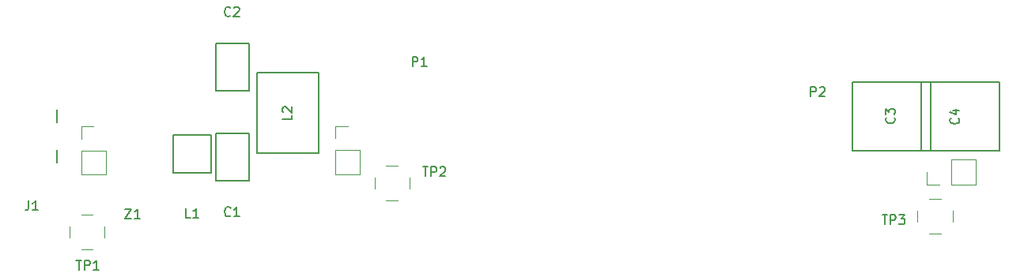
<source format=gto>
%TF.GenerationSoftware,KiCad,Pcbnew,(5.1.7-0-10_14)*%
%TF.CreationDate,2021-02-01T11:36:59-06:00*%
%TF.ProjectId,Q-test-circuit,512d7465-7374-42d6-9369-72637569742e,rev?*%
%TF.SameCoordinates,Original*%
%TF.FileFunction,Legend,Top*%
%TF.FilePolarity,Positive*%
%FSLAX46Y46*%
G04 Gerber Fmt 4.6, Leading zero omitted, Abs format (unit mm)*
G04 Created by KiCad (PCBNEW (5.1.7-0-10_14)) date 2021-02-01 11:36:59*
%MOMM*%
%LPD*%
G01*
G04 APERTURE LIST*
%ADD10C,0.120000*%
%ADD11C,0.152400*%
%ADD12C,0.150000*%
G04 APERTURE END LIST*
D10*
%TO.C,TP1*%
X116370000Y-110670000D02*
X119030000Y-110670000D01*
X116370000Y-108070000D02*
X116370000Y-110670000D01*
X119030000Y-108070000D02*
X119030000Y-110670000D01*
X116370000Y-108070000D02*
X119030000Y-108070000D01*
X116370000Y-106800000D02*
X116370000Y-105470000D01*
X116370000Y-105470000D02*
X117700000Y-105470000D01*
%TO.C,TP3*%
X212130000Y-111710000D02*
X212130000Y-109050000D01*
X209530000Y-111710000D02*
X212130000Y-111710000D01*
X209530000Y-109050000D02*
X212130000Y-109050000D01*
X209530000Y-111710000D02*
X209530000Y-109050000D01*
X208260000Y-111710000D02*
X206930000Y-111710000D01*
X206930000Y-111710000D02*
X206930000Y-110380000D01*
%TO.C,TP2*%
X143580000Y-110630000D02*
X146240000Y-110630000D01*
X143580000Y-108030000D02*
X143580000Y-110630000D01*
X146240000Y-108030000D02*
X146240000Y-110630000D01*
X143580000Y-108030000D02*
X146240000Y-108030000D01*
X143580000Y-106760000D02*
X143580000Y-105430000D01*
X143580000Y-105430000D02*
X144910000Y-105430000D01*
%TO.C,TP1*%
X117620000Y-118670000D02*
X116380000Y-118670000D01*
X117620000Y-114930000D02*
X116380000Y-114930000D01*
X115130000Y-117420000D02*
X115130000Y-116180000D01*
X118870000Y-117420000D02*
X118870000Y-116180000D01*
%TO.C,TP3*%
X208420000Y-117000000D02*
X207180000Y-117000000D01*
X208420000Y-113260000D02*
X207180000Y-113260000D01*
X205930000Y-115750000D02*
X205930000Y-114510000D01*
X209670000Y-115750000D02*
X209670000Y-114510000D01*
%TO.C,TP2*%
X150270000Y-113420000D02*
X149030000Y-113420000D01*
X150270000Y-109680000D02*
X149030000Y-109680000D01*
X147780000Y-112170000D02*
X147780000Y-110930000D01*
X151520000Y-112170000D02*
X151520000Y-110930000D01*
D11*
%TO.C,J1*%
X113780600Y-109342260D02*
X113780600Y-107975740D01*
X113780600Y-105024260D02*
X113780600Y-103657740D01*
D12*
%TO.C,C1*%
X130772000Y-106230000D02*
X130772000Y-111310000D01*
X134328000Y-106230000D02*
X134328000Y-111310000D01*
X130772000Y-111310000D02*
X134328000Y-111310000D01*
X134328000Y-106230000D02*
X130772000Y-106230000D01*
%TO.C,C2*%
X134348000Y-101660000D02*
X134348000Y-96580000D01*
X130792000Y-101660000D02*
X130792000Y-96580000D01*
X134348000Y-96580000D02*
X130792000Y-96580000D01*
X130792000Y-101660000D02*
X134348000Y-101660000D01*
%TO.C,L1*%
X126228000Y-106398000D02*
X130292000Y-106398000D01*
X130292000Y-106398000D02*
X130292000Y-110462000D01*
X130292000Y-110462000D02*
X126228000Y-110462000D01*
X126228000Y-110462000D02*
X126228000Y-106398000D01*
%TO.C,L2*%
X141802000Y-99742000D02*
X141802000Y-108378000D01*
X141802000Y-108378000D02*
X135198000Y-108378000D01*
X135198000Y-108378000D02*
X135198000Y-99742000D01*
X135198000Y-99742000D02*
X141802000Y-99742000D01*
%TO.C,C4*%
X214690000Y-108090000D02*
X214690000Y-100690000D01*
X206290000Y-100690000D02*
X214690000Y-100690000D01*
X206290000Y-100690000D02*
X206290000Y-108090000D01*
X206290000Y-108090000D02*
X214690000Y-108090000D01*
%TO.C,C3*%
X207340000Y-108100000D02*
X207340000Y-100700000D01*
X198940000Y-100700000D02*
X207340000Y-100700000D01*
X198940000Y-100700000D02*
X198940000Y-108100000D01*
X198940000Y-108100000D02*
X207340000Y-108100000D01*
%TO.C,TP1*%
X115838095Y-119852380D02*
X116409523Y-119852380D01*
X116123809Y-120852380D02*
X116123809Y-119852380D01*
X116742857Y-120852380D02*
X116742857Y-119852380D01*
X117123809Y-119852380D01*
X117219047Y-119900000D01*
X117266666Y-119947619D01*
X117314285Y-120042857D01*
X117314285Y-120185714D01*
X117266666Y-120280952D01*
X117219047Y-120328571D01*
X117123809Y-120376190D01*
X116742857Y-120376190D01*
X118266666Y-120852380D02*
X117695238Y-120852380D01*
X117980952Y-120852380D02*
X117980952Y-119852380D01*
X117885714Y-119995238D01*
X117790476Y-120090476D01*
X117695238Y-120138095D01*
%TO.C,TP3*%
X202138095Y-114982380D02*
X202709523Y-114982380D01*
X202423809Y-115982380D02*
X202423809Y-114982380D01*
X203042857Y-115982380D02*
X203042857Y-114982380D01*
X203423809Y-114982380D01*
X203519047Y-115030000D01*
X203566666Y-115077619D01*
X203614285Y-115172857D01*
X203614285Y-115315714D01*
X203566666Y-115410952D01*
X203519047Y-115458571D01*
X203423809Y-115506190D01*
X203042857Y-115506190D01*
X203947619Y-114982380D02*
X204566666Y-114982380D01*
X204233333Y-115363333D01*
X204376190Y-115363333D01*
X204471428Y-115410952D01*
X204519047Y-115458571D01*
X204566666Y-115553809D01*
X204566666Y-115791904D01*
X204519047Y-115887142D01*
X204471428Y-115934761D01*
X204376190Y-115982380D01*
X204090476Y-115982380D01*
X203995238Y-115934761D01*
X203947619Y-115887142D01*
%TO.C,TP2*%
X152958095Y-109822380D02*
X153529523Y-109822380D01*
X153243809Y-110822380D02*
X153243809Y-109822380D01*
X153862857Y-110822380D02*
X153862857Y-109822380D01*
X154243809Y-109822380D01*
X154339047Y-109870000D01*
X154386666Y-109917619D01*
X154434285Y-110012857D01*
X154434285Y-110155714D01*
X154386666Y-110250952D01*
X154339047Y-110298571D01*
X154243809Y-110346190D01*
X153862857Y-110346190D01*
X154815238Y-109917619D02*
X154862857Y-109870000D01*
X154958095Y-109822380D01*
X155196190Y-109822380D01*
X155291428Y-109870000D01*
X155339047Y-109917619D01*
X155386666Y-110012857D01*
X155386666Y-110108095D01*
X155339047Y-110250952D01*
X154767619Y-110822380D01*
X155386666Y-110822380D01*
%TO.C,J1*%
X110756666Y-113452380D02*
X110756666Y-114166666D01*
X110709047Y-114309523D01*
X110613809Y-114404761D01*
X110470952Y-114452380D01*
X110375714Y-114452380D01*
X111756666Y-114452380D02*
X111185238Y-114452380D01*
X111470952Y-114452380D02*
X111470952Y-113452380D01*
X111375714Y-113595238D01*
X111280476Y-113690476D01*
X111185238Y-113738095D01*
%TO.C,C1*%
X132371133Y-115044342D02*
X132323514Y-115091961D01*
X132180657Y-115139580D01*
X132085419Y-115139580D01*
X131942561Y-115091961D01*
X131847323Y-114996723D01*
X131799704Y-114901485D01*
X131752085Y-114711009D01*
X131752085Y-114568152D01*
X131799704Y-114377676D01*
X131847323Y-114282438D01*
X131942561Y-114187200D01*
X132085419Y-114139580D01*
X132180657Y-114139580D01*
X132323514Y-114187200D01*
X132371133Y-114234819D01*
X133323514Y-115139580D02*
X132752085Y-115139580D01*
X133037800Y-115139580D02*
X133037800Y-114139580D01*
X132942561Y-114282438D01*
X132847323Y-114377676D01*
X132752085Y-114425295D01*
%TO.C,C2*%
X132361133Y-93569942D02*
X132313514Y-93617561D01*
X132170657Y-93665180D01*
X132075419Y-93665180D01*
X131932561Y-93617561D01*
X131837323Y-93522323D01*
X131789704Y-93427085D01*
X131742085Y-93236609D01*
X131742085Y-93093752D01*
X131789704Y-92903276D01*
X131837323Y-92808038D01*
X131932561Y-92712800D01*
X132075419Y-92665180D01*
X132170657Y-92665180D01*
X132313514Y-92712800D01*
X132361133Y-92760419D01*
X132742085Y-92760419D02*
X132789704Y-92712800D01*
X132884942Y-92665180D01*
X133123038Y-92665180D01*
X133218276Y-92712800D01*
X133265895Y-92760419D01*
X133313514Y-92855657D01*
X133313514Y-92950895D01*
X133265895Y-93093752D01*
X132694466Y-93665180D01*
X133313514Y-93665180D01*
%TO.C,L1*%
X128095333Y-115255980D02*
X127619142Y-115255980D01*
X127619142Y-114255980D01*
X128952476Y-115255980D02*
X128381047Y-115255980D01*
X128666761Y-115255980D02*
X128666761Y-114255980D01*
X128571523Y-114398838D01*
X128476285Y-114494076D01*
X128381047Y-114541695D01*
%TO.C,L2*%
X138932380Y-104246666D02*
X138932380Y-104722857D01*
X137932380Y-104722857D01*
X138027619Y-103960952D02*
X137980000Y-103913333D01*
X137932380Y-103818095D01*
X137932380Y-103580000D01*
X137980000Y-103484761D01*
X138027619Y-103437142D01*
X138122857Y-103389523D01*
X138218095Y-103389523D01*
X138360952Y-103437142D01*
X138932380Y-104008571D01*
X138932380Y-103389523D01*
%TO.C,Z1*%
X121094476Y-114355580D02*
X121761142Y-114355580D01*
X121094476Y-115355580D01*
X121761142Y-115355580D01*
X122665904Y-115355580D02*
X122094476Y-115355580D01*
X122380190Y-115355580D02*
X122380190Y-114355580D01*
X122284952Y-114498438D01*
X122189714Y-114593676D01*
X122094476Y-114641295D01*
%TO.C,P1*%
X151851904Y-99012380D02*
X151851904Y-98012380D01*
X152232857Y-98012380D01*
X152328095Y-98060000D01*
X152375714Y-98107619D01*
X152423333Y-98202857D01*
X152423333Y-98345714D01*
X152375714Y-98440952D01*
X152328095Y-98488571D01*
X152232857Y-98536190D01*
X151851904Y-98536190D01*
X153375714Y-99012380D02*
X152804285Y-99012380D01*
X153090000Y-99012380D02*
X153090000Y-98012380D01*
X152994761Y-98155238D01*
X152899523Y-98250476D01*
X152804285Y-98298095D01*
%TO.C,P2*%
X194511904Y-102232380D02*
X194511904Y-101232380D01*
X194892857Y-101232380D01*
X194988095Y-101280000D01*
X195035714Y-101327619D01*
X195083333Y-101422857D01*
X195083333Y-101565714D01*
X195035714Y-101660952D01*
X194988095Y-101708571D01*
X194892857Y-101756190D01*
X194511904Y-101756190D01*
X195464285Y-101327619D02*
X195511904Y-101280000D01*
X195607142Y-101232380D01*
X195845238Y-101232380D01*
X195940476Y-101280000D01*
X195988095Y-101327619D01*
X196035714Y-101422857D01*
X196035714Y-101518095D01*
X195988095Y-101660952D01*
X195416666Y-102232380D01*
X196035714Y-102232380D01*
%TO.C,C4*%
X210317142Y-104586666D02*
X210364761Y-104634285D01*
X210412380Y-104777142D01*
X210412380Y-104872380D01*
X210364761Y-105015238D01*
X210269523Y-105110476D01*
X210174285Y-105158095D01*
X209983809Y-105205714D01*
X209840952Y-105205714D01*
X209650476Y-105158095D01*
X209555238Y-105110476D01*
X209460000Y-105015238D01*
X209412380Y-104872380D01*
X209412380Y-104777142D01*
X209460000Y-104634285D01*
X209507619Y-104586666D01*
X209745714Y-103729523D02*
X210412380Y-103729523D01*
X209364761Y-103967619D02*
X210079047Y-104205714D01*
X210079047Y-103586666D01*
%TO.C,C3*%
X203417142Y-104526666D02*
X203464761Y-104574285D01*
X203512380Y-104717142D01*
X203512380Y-104812380D01*
X203464761Y-104955238D01*
X203369523Y-105050476D01*
X203274285Y-105098095D01*
X203083809Y-105145714D01*
X202940952Y-105145714D01*
X202750476Y-105098095D01*
X202655238Y-105050476D01*
X202560000Y-104955238D01*
X202512380Y-104812380D01*
X202512380Y-104717142D01*
X202560000Y-104574285D01*
X202607619Y-104526666D01*
X202512380Y-104193333D02*
X202512380Y-103574285D01*
X202893333Y-103907619D01*
X202893333Y-103764761D01*
X202940952Y-103669523D01*
X202988571Y-103621904D01*
X203083809Y-103574285D01*
X203321904Y-103574285D01*
X203417142Y-103621904D01*
X203464761Y-103669523D01*
X203512380Y-103764761D01*
X203512380Y-104050476D01*
X203464761Y-104145714D01*
X203417142Y-104193333D01*
%TD*%
M02*

</source>
